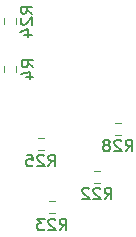
<source format=gbo>
G04 #@! TF.GenerationSoftware,KiCad,Pcbnew,5.1.12-84ad8e8a86~92~ubuntu20.04.1*
G04 #@! TF.CreationDate,2022-05-29T14:18:07-04:00*
G04 #@! TF.ProjectId,fluke9010-protection,666c756b-6539-4303-9130-2d70726f7465,rev?*
G04 #@! TF.SameCoordinates,Original*
G04 #@! TF.FileFunction,Legend,Bot*
G04 #@! TF.FilePolarity,Positive*
%FSLAX46Y46*%
G04 Gerber Fmt 4.6, Leading zero omitted, Abs format (unit mm)*
G04 Created by KiCad (PCBNEW 5.1.12-84ad8e8a86~92~ubuntu20.04.1) date 2022-05-29 14:18:07*
%MOMM*%
%LPD*%
G01*
G04 APERTURE LIST*
%ADD10C,0.120000*%
%ADD11C,0.150000*%
%ADD12R,2.400000X1.600000*%
%ADD13O,2.400000X1.600000*%
G04 APERTURE END LIST*
D10*
X133841258Y-86628500D02*
X133366742Y-86628500D01*
X133841258Y-85583500D02*
X133366742Y-85583500D01*
X138954742Y-78979500D02*
X139429258Y-78979500D01*
X138954742Y-80024500D02*
X139429258Y-80024500D01*
X132413742Y-80249500D02*
X132888258Y-80249500D01*
X132413742Y-81294500D02*
X132888258Y-81294500D01*
X129525500Y-70595258D02*
X129525500Y-70120742D01*
X130570500Y-70595258D02*
X130570500Y-70120742D01*
X137176742Y-83043500D02*
X137651258Y-83043500D01*
X137176742Y-84088500D02*
X137651258Y-84088500D01*
X130570500Y-74184742D02*
X130570500Y-74659258D01*
X129525500Y-74184742D02*
X129525500Y-74659258D01*
D11*
X134246857Y-88082380D02*
X134580190Y-87606190D01*
X134818285Y-88082380D02*
X134818285Y-87082380D01*
X134437333Y-87082380D01*
X134342095Y-87130000D01*
X134294476Y-87177619D01*
X134246857Y-87272857D01*
X134246857Y-87415714D01*
X134294476Y-87510952D01*
X134342095Y-87558571D01*
X134437333Y-87606190D01*
X134818285Y-87606190D01*
X133865904Y-87177619D02*
X133818285Y-87130000D01*
X133723047Y-87082380D01*
X133484952Y-87082380D01*
X133389714Y-87130000D01*
X133342095Y-87177619D01*
X133294476Y-87272857D01*
X133294476Y-87368095D01*
X133342095Y-87510952D01*
X133913523Y-88082380D01*
X133294476Y-88082380D01*
X132961142Y-87082380D02*
X132342095Y-87082380D01*
X132675428Y-87463333D01*
X132532571Y-87463333D01*
X132437333Y-87510952D01*
X132389714Y-87558571D01*
X132342095Y-87653809D01*
X132342095Y-87891904D01*
X132389714Y-87987142D01*
X132437333Y-88034761D01*
X132532571Y-88082380D01*
X132818285Y-88082380D01*
X132913523Y-88034761D01*
X132961142Y-87987142D01*
X139834857Y-81384380D02*
X140168190Y-80908190D01*
X140406285Y-81384380D02*
X140406285Y-80384380D01*
X140025333Y-80384380D01*
X139930095Y-80432000D01*
X139882476Y-80479619D01*
X139834857Y-80574857D01*
X139834857Y-80717714D01*
X139882476Y-80812952D01*
X139930095Y-80860571D01*
X140025333Y-80908190D01*
X140406285Y-80908190D01*
X139453904Y-80479619D02*
X139406285Y-80432000D01*
X139311047Y-80384380D01*
X139072952Y-80384380D01*
X138977714Y-80432000D01*
X138930095Y-80479619D01*
X138882476Y-80574857D01*
X138882476Y-80670095D01*
X138930095Y-80812952D01*
X139501523Y-81384380D01*
X138882476Y-81384380D01*
X138311047Y-80812952D02*
X138406285Y-80765333D01*
X138453904Y-80717714D01*
X138501523Y-80622476D01*
X138501523Y-80574857D01*
X138453904Y-80479619D01*
X138406285Y-80432000D01*
X138311047Y-80384380D01*
X138120571Y-80384380D01*
X138025333Y-80432000D01*
X137977714Y-80479619D01*
X137930095Y-80574857D01*
X137930095Y-80622476D01*
X137977714Y-80717714D01*
X138025333Y-80765333D01*
X138120571Y-80812952D01*
X138311047Y-80812952D01*
X138406285Y-80860571D01*
X138453904Y-80908190D01*
X138501523Y-81003428D01*
X138501523Y-81193904D01*
X138453904Y-81289142D01*
X138406285Y-81336761D01*
X138311047Y-81384380D01*
X138120571Y-81384380D01*
X138025333Y-81336761D01*
X137977714Y-81289142D01*
X137930095Y-81193904D01*
X137930095Y-81003428D01*
X137977714Y-80908190D01*
X138025333Y-80860571D01*
X138120571Y-80812952D01*
X133293857Y-82654380D02*
X133627190Y-82178190D01*
X133865285Y-82654380D02*
X133865285Y-81654380D01*
X133484333Y-81654380D01*
X133389095Y-81702000D01*
X133341476Y-81749619D01*
X133293857Y-81844857D01*
X133293857Y-81987714D01*
X133341476Y-82082952D01*
X133389095Y-82130571D01*
X133484333Y-82178190D01*
X133865285Y-82178190D01*
X132912904Y-81749619D02*
X132865285Y-81702000D01*
X132770047Y-81654380D01*
X132531952Y-81654380D01*
X132436714Y-81702000D01*
X132389095Y-81749619D01*
X132341476Y-81844857D01*
X132341476Y-81940095D01*
X132389095Y-82082952D01*
X132960523Y-82654380D01*
X132341476Y-82654380D01*
X131436714Y-81654380D02*
X131912904Y-81654380D01*
X131960523Y-82130571D01*
X131912904Y-82082952D01*
X131817666Y-82035333D01*
X131579571Y-82035333D01*
X131484333Y-82082952D01*
X131436714Y-82130571D01*
X131389095Y-82225809D01*
X131389095Y-82463904D01*
X131436714Y-82559142D01*
X131484333Y-82606761D01*
X131579571Y-82654380D01*
X131817666Y-82654380D01*
X131912904Y-82606761D01*
X131960523Y-82559142D01*
X131930380Y-69715142D02*
X131454190Y-69381809D01*
X131930380Y-69143714D02*
X130930380Y-69143714D01*
X130930380Y-69524666D01*
X130978000Y-69619904D01*
X131025619Y-69667523D01*
X131120857Y-69715142D01*
X131263714Y-69715142D01*
X131358952Y-69667523D01*
X131406571Y-69619904D01*
X131454190Y-69524666D01*
X131454190Y-69143714D01*
X131025619Y-70096095D02*
X130978000Y-70143714D01*
X130930380Y-70238952D01*
X130930380Y-70477047D01*
X130978000Y-70572285D01*
X131025619Y-70619904D01*
X131120857Y-70667523D01*
X131216095Y-70667523D01*
X131358952Y-70619904D01*
X131930380Y-70048476D01*
X131930380Y-70667523D01*
X131263714Y-71524666D02*
X131930380Y-71524666D01*
X130882761Y-71286571D02*
X131597047Y-71048476D01*
X131597047Y-71667523D01*
X138056857Y-85448380D02*
X138390190Y-84972190D01*
X138628285Y-85448380D02*
X138628285Y-84448380D01*
X138247333Y-84448380D01*
X138152095Y-84496000D01*
X138104476Y-84543619D01*
X138056857Y-84638857D01*
X138056857Y-84781714D01*
X138104476Y-84876952D01*
X138152095Y-84924571D01*
X138247333Y-84972190D01*
X138628285Y-84972190D01*
X137675904Y-84543619D02*
X137628285Y-84496000D01*
X137533047Y-84448380D01*
X137294952Y-84448380D01*
X137199714Y-84496000D01*
X137152095Y-84543619D01*
X137104476Y-84638857D01*
X137104476Y-84734095D01*
X137152095Y-84876952D01*
X137723523Y-85448380D01*
X137104476Y-85448380D01*
X136723523Y-84543619D02*
X136675904Y-84496000D01*
X136580666Y-84448380D01*
X136342571Y-84448380D01*
X136247333Y-84496000D01*
X136199714Y-84543619D01*
X136152095Y-84638857D01*
X136152095Y-84734095D01*
X136199714Y-84876952D01*
X136771142Y-85448380D01*
X136152095Y-85448380D01*
X132024380Y-74255333D02*
X131548190Y-73922000D01*
X132024380Y-73683904D02*
X131024380Y-73683904D01*
X131024380Y-74064857D01*
X131072000Y-74160095D01*
X131119619Y-74207714D01*
X131214857Y-74255333D01*
X131357714Y-74255333D01*
X131452952Y-74207714D01*
X131500571Y-74160095D01*
X131548190Y-74064857D01*
X131548190Y-73683904D01*
X131357714Y-75112476D02*
X132024380Y-75112476D01*
X130976761Y-74874380D02*
X131691047Y-74636285D01*
X131691047Y-75255333D01*
%LPC*%
G36*
G01*
X133179000Y-85831000D02*
X133179000Y-86381000D01*
G75*
G02*
X132979000Y-86581000I-200000J0D01*
G01*
X132579000Y-86581000D01*
G75*
G02*
X132379000Y-86381000I0J200000D01*
G01*
X132379000Y-85831000D01*
G75*
G02*
X132579000Y-85631000I200000J0D01*
G01*
X132979000Y-85631000D01*
G75*
G02*
X133179000Y-85831000I0J-200000D01*
G01*
G37*
G36*
G01*
X134829000Y-85831000D02*
X134829000Y-86381000D01*
G75*
G02*
X134629000Y-86581000I-200000J0D01*
G01*
X134229000Y-86581000D01*
G75*
G02*
X134029000Y-86381000I0J200000D01*
G01*
X134029000Y-85831000D01*
G75*
G02*
X134229000Y-85631000I200000J0D01*
G01*
X134629000Y-85631000D01*
G75*
G02*
X134829000Y-85831000I0J-200000D01*
G01*
G37*
G36*
G01*
X139617000Y-79777000D02*
X139617000Y-79227000D01*
G75*
G02*
X139817000Y-79027000I200000J0D01*
G01*
X140217000Y-79027000D01*
G75*
G02*
X140417000Y-79227000I0J-200000D01*
G01*
X140417000Y-79777000D01*
G75*
G02*
X140217000Y-79977000I-200000J0D01*
G01*
X139817000Y-79977000D01*
G75*
G02*
X139617000Y-79777000I0J200000D01*
G01*
G37*
G36*
G01*
X137967000Y-79777000D02*
X137967000Y-79227000D01*
G75*
G02*
X138167000Y-79027000I200000J0D01*
G01*
X138567000Y-79027000D01*
G75*
G02*
X138767000Y-79227000I0J-200000D01*
G01*
X138767000Y-79777000D01*
G75*
G02*
X138567000Y-79977000I-200000J0D01*
G01*
X138167000Y-79977000D01*
G75*
G02*
X137967000Y-79777000I0J200000D01*
G01*
G37*
G36*
G01*
X133076000Y-81047000D02*
X133076000Y-80497000D01*
G75*
G02*
X133276000Y-80297000I200000J0D01*
G01*
X133676000Y-80297000D01*
G75*
G02*
X133876000Y-80497000I0J-200000D01*
G01*
X133876000Y-81047000D01*
G75*
G02*
X133676000Y-81247000I-200000J0D01*
G01*
X133276000Y-81247000D01*
G75*
G02*
X133076000Y-81047000I0J200000D01*
G01*
G37*
G36*
G01*
X131426000Y-81047000D02*
X131426000Y-80497000D01*
G75*
G02*
X131626000Y-80297000I200000J0D01*
G01*
X132026000Y-80297000D01*
G75*
G02*
X132226000Y-80497000I0J-200000D01*
G01*
X132226000Y-81047000D01*
G75*
G02*
X132026000Y-81247000I-200000J0D01*
G01*
X131626000Y-81247000D01*
G75*
G02*
X131426000Y-81047000I0J200000D01*
G01*
G37*
G36*
G01*
X130323000Y-69933000D02*
X129773000Y-69933000D01*
G75*
G02*
X129573000Y-69733000I0J200000D01*
G01*
X129573000Y-69333000D01*
G75*
G02*
X129773000Y-69133000I200000J0D01*
G01*
X130323000Y-69133000D01*
G75*
G02*
X130523000Y-69333000I0J-200000D01*
G01*
X130523000Y-69733000D01*
G75*
G02*
X130323000Y-69933000I-200000J0D01*
G01*
G37*
G36*
G01*
X130323000Y-71583000D02*
X129773000Y-71583000D01*
G75*
G02*
X129573000Y-71383000I0J200000D01*
G01*
X129573000Y-70983000D01*
G75*
G02*
X129773000Y-70783000I200000J0D01*
G01*
X130323000Y-70783000D01*
G75*
G02*
X130523000Y-70983000I0J-200000D01*
G01*
X130523000Y-71383000D01*
G75*
G02*
X130323000Y-71583000I-200000J0D01*
G01*
G37*
G36*
G01*
X137839000Y-83841000D02*
X137839000Y-83291000D01*
G75*
G02*
X138039000Y-83091000I200000J0D01*
G01*
X138439000Y-83091000D01*
G75*
G02*
X138639000Y-83291000I0J-200000D01*
G01*
X138639000Y-83841000D01*
G75*
G02*
X138439000Y-84041000I-200000J0D01*
G01*
X138039000Y-84041000D01*
G75*
G02*
X137839000Y-83841000I0J200000D01*
G01*
G37*
G36*
G01*
X136189000Y-83841000D02*
X136189000Y-83291000D01*
G75*
G02*
X136389000Y-83091000I200000J0D01*
G01*
X136789000Y-83091000D01*
G75*
G02*
X136989000Y-83291000I0J-200000D01*
G01*
X136989000Y-83841000D01*
G75*
G02*
X136789000Y-84041000I-200000J0D01*
G01*
X136389000Y-84041000D01*
G75*
G02*
X136189000Y-83841000I0J200000D01*
G01*
G37*
G36*
G01*
X129773000Y-74847000D02*
X130323000Y-74847000D01*
G75*
G02*
X130523000Y-75047000I0J-200000D01*
G01*
X130523000Y-75447000D01*
G75*
G02*
X130323000Y-75647000I-200000J0D01*
G01*
X129773000Y-75647000D01*
G75*
G02*
X129573000Y-75447000I0J200000D01*
G01*
X129573000Y-75047000D01*
G75*
G02*
X129773000Y-74847000I200000J0D01*
G01*
G37*
G36*
G01*
X129773000Y-73197000D02*
X130323000Y-73197000D01*
G75*
G02*
X130523000Y-73397000I0J-200000D01*
G01*
X130523000Y-73797000D01*
G75*
G02*
X130323000Y-73997000I-200000J0D01*
G01*
X129773000Y-73997000D01*
G75*
G02*
X129573000Y-73797000I0J200000D01*
G01*
X129573000Y-73397000D01*
G75*
G02*
X129773000Y-73197000I200000J0D01*
G01*
G37*
D12*
X127516000Y-65382000D03*
D13*
X127516000Y-67922000D03*
X142756000Y-95862000D03*
X127516000Y-70462000D03*
X142756000Y-93322000D03*
X127516000Y-73002000D03*
X142756000Y-90782000D03*
X127516000Y-75542000D03*
X142756000Y-88242000D03*
X127516000Y-78082000D03*
X142756000Y-85702000D03*
X127516000Y-80622000D03*
X142756000Y-83162000D03*
X127516000Y-83162000D03*
X142756000Y-80622000D03*
X127516000Y-85702000D03*
X142756000Y-78082000D03*
X127516000Y-88242000D03*
X142756000Y-75542000D03*
X127516000Y-90782000D03*
X142756000Y-73002000D03*
X127516000Y-93322000D03*
X142756000Y-70462000D03*
X127516000Y-95862000D03*
X142756000Y-67922000D03*
X142756000Y-65382000D03*
M02*

</source>
